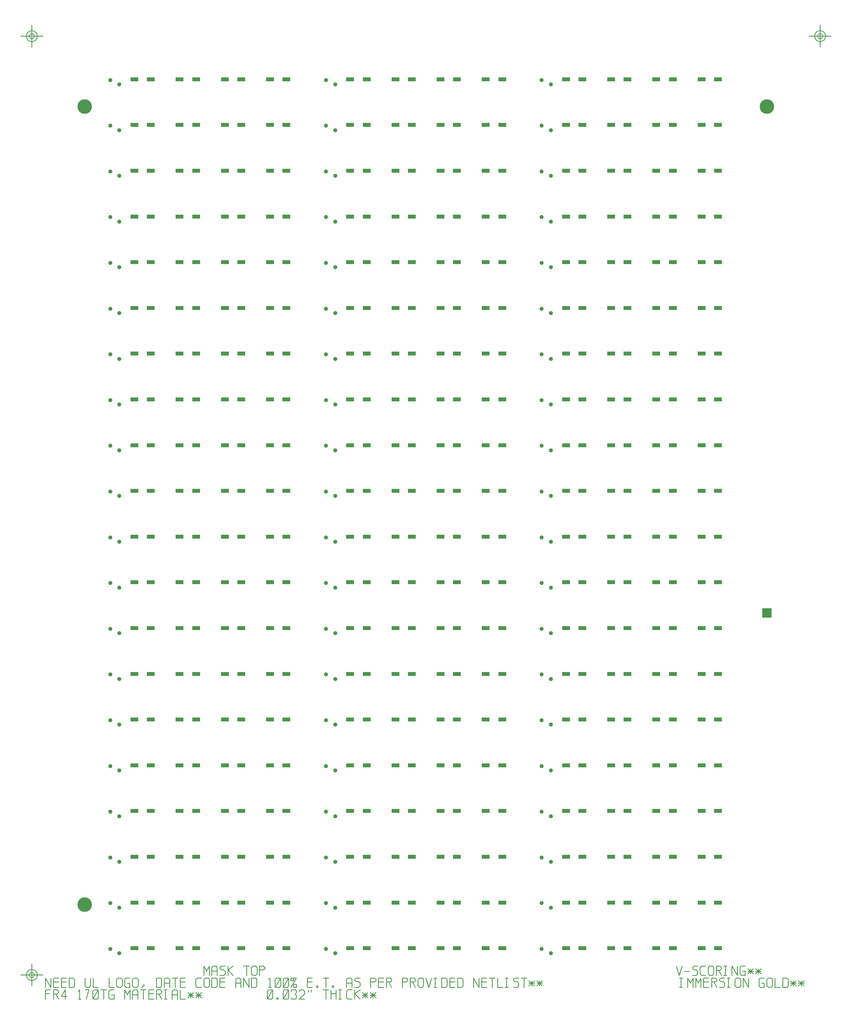
<source format=gbr>
*%FSLAX24Y24*%
%MOIN*%
%IPPOS*%
%ADD10C,0.03*%
%ADD11C,0.024*%
%ADD12R,0.065X0.032*%
%ADD13C,0.0276*%
%ADD14C,0.01*%
%ADD15C,0.015*%
%ADD16C,0.125*%
%ADD17R,0.075X0.075*%
%ADD18R,0.08X0.08*%
%AMD19*
1,1,0.1,0.0,0.0*
1,0,0.0875,0.0,0.0*
1,1,0.05,0.0,0.0*
1,0,0.0375,0.0,0.0*
20,1,0.0062,0.0,-0.0969,0.0,0.0969,0.0*
20,1,0.0062,-0.0969,0.0,0.0969,0.0,0.0*%
%ADD19D19*%
G04:---LTIenv:A019:6,0.2,6 *
%ADD100C,0.03*%
%ADD101C,0.024*%
%ADD102R,0.012X0.024*%
%ADD103R,0.03X0.02*%
%ADD104C,0.007*%
%ADD105R,0.062X0.028*%
%ADD106R,0.0085X0.02*%
%ADD107R,0.026X0.018*%
%ADD108C,0.035*%
%ADD109R,0.07X0.037*%
%ADD110C,0.035*%
%ADD111R,0.017X0.029*%
%ADD112R,0.035X0.025*%
%ADD113C,0.005*%
%AMD117*
1,1,0.001,0.01,0.0*
20,1,0.001,0.01,0.0,-0.01,0.0,0.0*
1,1,0.001,-0.01,0.0*
1,1,0.001,0.0,0.01*
20,1,0.001,0.0,0.01,0.0,-0.01,0.0*
1,1,0.001,0.0,-0.01*%
%ADD117D117*%
%AMD118*
1,1,0.001,0.025,0.0*
20,1,0.001,0.025,0.0,0.0246,-0.0043,0.0*
1,1,0.001,0.0246,-0.0043*
20,1,0.001,0.0246,-0.0043,0.0235,-0.0086,0.0*
1,1,0.001,0.0235,-0.0086*
20,1,0.001,0.0235,-0.0086,0.0217,-0.0125,0.0*
1,1,0.001,0.0217,-0.0125*
20,1,0.001,0.0217,-0.0125,0.0192,-0.0161,0.0*
1,1,0.001,0.0192,-0.0161*
20,1,0.001,0.0192,-0.0161,0.0161,-0.0192,0.0*
1,1,0.001,0.0161,-0.0192*
20,1,0.001,0.0161,-0.0192,0.0125,-0.0217,0.0*
1,1,0.001,0.0125,-0.0217*
20,1,0.001,0.0125,-0.0217,0.0086,-0.0235,0.0*
1,1,0.001,0.0086,-0.0235*
20,1,0.001,0.0086,-0.0235,0.0043,-0.0246,0.0*
1,1,0.001,0.0043,-0.0246*
20,1,0.001,0.0043,-0.0246,0.0,-0.025,0.0*
1,1,0.001,0.0,-0.025*
20,1,0.001,0.0,-0.025,-0.0043,-0.0246,0.0*
1,1,0.001,-0.0043,-0.0246*
20,1,0.001,-0.0043,-0.0246,-0.0086,-0.0235,0.0*
1,1,0.001,-0.0086,-0.0235*
20,1,0.001,-0.0086,-0.0235,-0.0125,-0.0217,0.0*
1,1,0.001,-0.0125,-0.0217*
20,1,0.001,-0.0125,-0.0217,-0.0161,-0.0192,0.0*
1,1,0.001,-0.0161,-0.0192*
20,1,0.001,-0.0161,-0.0192,-0.0192,-0.0161,0.0*
1,1,0.001,-0.0192,-0.0161*
20,1,0.001,-0.0192,-0.0161,-0.0217,-0.0125,0.0*
1,1,0.001,-0.0217,-0.0125*
20,1,0.001,-0.0217,-0.0125,-0.0235,-0.0086,0.0*
1,1,0.001,-0.0235,-0.0086*
20,1,0.001,-0.0235,-0.0086,-0.0246,-0.0043,0.0*
1,1,0.001,-0.0246,-0.0043*
20,1,0.001,-0.0246,-0.0043,-0.025,0.0,0.0*
1,1,0.001,-0.025,0.0*
20,1,0.001,-0.025,0.0,-0.0246,0.0043,0.0*
1,1,0.001,-0.0246,0.0043*
20,1,0.001,-0.0246,0.0043,-0.0235,0.0086,0.0*
1,1,0.001,-0.0235,0.0086*
20,1,0.001,-0.0235,0.0086,-0.0217,0.0125,0.0*
1,1,0.001,-0.0217,0.0125*
20,1,0.001,-0.0217,0.0125,-0.0192,0.0161,0.0*
1,1,0.001,-0.0192,0.0161*
20,1,0.001,-0.0192,0.0161,-0.0161,0.0192,0.0*
1,1,0.001,-0.0161,0.0192*
20,1,0.001,-0.0161,0.0192,-0.0125,0.0217,0.0*
1,1,0.001,-0.0125,0.0217*
20,1,0.001,-0.0125,0.0217,-0.0086,0.0235,0.0*
1,1,0.001,-0.0086,0.0235*
20,1,0.001,-0.0086,0.0235,-0.0043,0.0246,0.0*
1,1,0.001,-0.0043,0.0246*
20,1,0.001,-0.0043,0.0246,0.0,0.025,0.0*
1,1,0.001,0.0,0.025*
20,1,0.001,0.0,0.025,0.0043,0.0246,0.0*
1,1,0.001,0.0043,0.0246*
20,1,0.001,0.0043,0.0246,0.0086,0.0235,0.0*
1,1,0.001,0.0086,0.0235*
20,1,0.001,0.0086,0.0235,0.0125,0.0217,0.0*
1,1,0.001,0.0125,0.0217*
20,1,0.001,0.0125,0.0217,0.0161,0.0192,0.0*
1,1,0.001,0.0161,0.0192*
20,1,0.001,0.0161,0.0192,0.0192,0.0161,0.0*
1,1,0.001,0.0192,0.0161*
20,1,0.001,0.0192,0.0161,0.0217,0.0125,0.0*
1,1,0.001,0.0217,0.0125*
20,1,0.001,0.0217,0.0125,0.0235,0.0086,0.0*
1,1,0.001,0.0235,0.0086*
20,1,0.001,0.0235,0.0086,0.0246,0.0043,0.0*
1,1,0.001,0.0246,0.0043*
20,1,0.001,0.0246,0.0043,0.025,0.0,0.0*
1,1,0.001,0.025,0.0*
1,1,0.001,0.0125,0.0*
20,1,0.001,0.0125,0.0,-0.0125,0.0,0.0*
1,1,0.001,-0.0125,0.0*
1,1,0.001,0.0,0.0125*
20,1,0.001,0.0,0.0125,0.0,-0.0125,0.0*
1,1,0.001,0.0,-0.0125*%
%ADD118D118*%
%ADD119C,0.08*%
%ADD120C,0.008*%
%ADD200C,0.002*%
%ADD901C,0.0118*%
G04:---LTIenv:A901:15,0.0118,1 *
%ADD902C,0.02*%
G04:---LTIenv:A902:15,0.02,2 *

%LPD*%
D120*X580Y-1282D2*Y-2082D1*X120Y-1282*Y-2082*X806Y-1622D2*X1247D1*Y-1282D2*X806D1*Y-2082*X1247*X1487Y-1622D2*X1928D1*Y-1282D2*X1487D1*Y-2082*X1928*X2494D2*X2614Y-1962D1*Y-1408*X2494Y-1282*X2154*Y-2082*X2494*X4000Y-1282D2*Y-1962D1*X3880Y-2082*X3641*X3521Y-1962*Y-1282*X4649Y-2082D2*X4214D1*Y-1282*X6009Y-2082D2*X5575D1*Y-1282*X6236Y-1408D2*Y-1962D1*X6356Y-2082*X6595*X6715Y-1962*Y-1408*X6595Y-1282*X6356*X6236Y-1408*X7143Y-1723D2*X7364D1*Y-2082*X7043*X6923Y-1962*Y-1408*X7043Y-1282*X7364*X7597Y-1408D2*Y-1962D1*X7717Y-2082*X7956*X8076Y-1962*Y-1408*X7956Y-1282*X7717*X7597Y-1408*X8517Y-1975D2*Y-1887D1*X8611*X8391Y-2082*X9978D2*X10098Y-1962D1*Y-1408*X9978Y-1282*X9638*Y-2082*X9978*X10318Y-1723D2*X10778D1*Y-2082D2*Y-1408D1*X10658Y-1282*X10438*X10318Y-1408*Y-2082*X11250D2*Y-1282D1*X11011D2*X11490D1*X11691Y-1622D2*X12132D1*Y-1282D2*X11691D1*Y-2082*X12132*X13506D2*X13146D1*X13027Y-1962*Y-1408*X13146Y-1282*X13506*X13720Y-1408D2*Y-1962D1*X13839Y-2082*X14079*X14198Y-1962*Y-1408*X14079Y-1282*X13839*X13720Y-1408*X14740Y-2082D2*X14860Y-1962D1*Y-1408*X14740Y-1282*X14400*Y-2082*X14740*X15093Y-1622D2*X15534D1*Y-1282D2*X15093D1*Y-2082*X15534*X16441Y-1723D2*X16901D1*Y-2082D2*Y-1408D1*X16781Y-1282*X16561*X16441Y-1408*Y-2082*X17587Y-1282D2*Y-2082D1*X17128Y-1282*Y-2082*X18142D2*X18261Y-1962D1*Y-1408*X18142Y-1282*X17802*Y-2082*X18142*X19509D2*X19269D1*X19389D2*Y-1282D1*X19269Y-1408*X19836Y-2082D2*X20315Y-1282D1*X19956D2*X19836Y-1408D1*Y-1962*X19956Y-2082*X20195*X20315Y-1962*Y-1408*X20195Y-1282*X19956*X20517Y-2082D2*X20995Y-1282D1*X20636D2*X20517Y-1408D1*Y-1962*X20636Y-2082*X20876*X20995Y-1962*Y-1408*X20876Y-1282*X20636*X21417Y-2082D2*X21657D1*Y-1843*X21417*Y-2082*X21178D2*X21657Y-1282D1*X21417*Y-1528*X21178*Y-1282*X21417*X22576Y-1622D2*X23017D1*Y-1282D2*X22576D1*Y-2082*X23017*X23370D2*X23490D1*Y-1962*X23370*Y-2082*X24176D2*Y-1282D1*X23937D2*X24416D1*X24731Y-2082D2*X24850D1*Y-1962*X24731*Y-2082*X25965Y-1723D2*X26425D1*Y-2082D2*Y-1408D1*X26306Y-1282*X26085*X25965Y-1408*Y-2082*X26665D2*X26986D1*X27106Y-1962*Y-1723*X26986Y-1603*X26784*X26665Y-1484*Y-1408*X26784Y-1282*X27106*X28019Y-1622D2*X28359D1*X28479Y-1502*Y-1408*X28359Y-1282*X28019*Y-2082*X28699Y-1622D2*X29140D1*Y-1282D2*X28699D1*Y-2082*X29140*X29827D2*X29587Y-1647D1*X29392D2*X29707D1*X29827Y-1528*Y-1408*X29707Y-1282*X29392*Y-2082*X30740Y-1622D2*X31080D1*X31200Y-1502*Y-1408*X31080Y-1282*X30740*Y-2082*X31868D2*X31628Y-1647D1*X31433D2*X31748D1*X31868Y-1528*Y-1408*X31748Y-1282*X31433*Y-2082*X32088Y-1408D2*Y-1962D1*X32208Y-2082*X32447*X32567Y-1962*Y-1408*X32447Y-1282*X32208*X32088Y-1408*X33247Y-1282D2*X33008Y-2082D1*X32769Y-1282*X33682Y-2082D2*X33443D1*X33562D2*Y-1282D1*X33682D2*X33443D1*X34469Y-2082D2*X34589Y-1962D1*Y-1408*X34469Y-1282*X34129*Y-2082*X34469*X34822Y-1622D2*X35263D1*Y-1282D2*X34822D1*Y-2082*X35263*X35830D2*X35950Y-1962D1*Y-1408*X35830Y-1282*X35490*Y-2082*X35830*X37317Y-1282D2*Y-2082D1*X36857Y-1282*Y-2082*X37543Y-1622D2*X37984D1*Y-1282D2*X37543D1*Y-2082*X37984*X38463D2*Y-1282D1*X38224D2*X38702D1*X39345Y-2082D2*X38910D1*Y-1282*X39805Y-2082D2*X39565D1*X39685D2*Y-1282D1*X39805D2*X39565D1*X40271Y-2082D2*X40592D1*X40712Y-1962*Y-1723*X40592Y-1603*X40391*X40271Y-1484*Y-1408*X40391Y-1282*X40712*X41184Y-2082D2*Y-1282D1*X40945D2*X41424D1*X42079Y-1962D2*X41600Y-1528D1*Y-1962D2*X42079Y-1528D1*Y-1748D2*X41600D1*X41839Y-1528D2*Y-1962D1*X42759D2*X42280Y-1528D1*Y-1962D2*X42759Y-1528D1*Y-1748D2*X42280D1*X42520Y-1528D2*Y-1962D1*X54772Y-2082D2*X54532D1*X54652D2*Y-1282D1*X54772D2*X54532D1*X55672Y-2082D2*Y-1282D1*X55452Y-1723*X55231Y-1282*Y-2082*X56353D2*Y-1282D1*X56132Y-1723*X55912Y-1282*Y-2082*X56592Y-1622D2*X57033D1*Y-1282D2*X56592D1*Y-2082*X57033*X57720D2*X57480Y-1647D1*X57285D2*X57600D1*X57720Y-1528*Y-1408*X57600Y-1282*X57285*Y-2082*X57959D2*X58280D1*X58400Y-1962*Y-1723*X58280Y-1603*X58079*X57959Y-1484*Y-1408*X58079Y-1282*X58400*X58854Y-2082D2*X58614D1*X58734D2*Y-1282D1*X58854D2*X58614D1*X59301Y-1408D2*Y-1962D1*X59420Y-2082*X59660*X59780Y-1962*Y-1408*X59660Y-1282*X59420*X59301Y-1408*X60447Y-1282D2*Y-2082D1*X59987Y-1282*Y-2082*X61569Y-1723D2*X61789D1*Y-2082*X61468*X61348Y-1962*Y-1408*X61468Y-1282*X61789*X62022Y-1408D2*Y-1962D1*X62142Y-2082*X62381*X62501Y-1962*Y-1408*X62381Y-1282*X62142*X62022Y-1408*X63156Y-2082D2*X62721D1*Y-1282*X63723Y-2082D2*X63843Y-1962D1*Y-1408*X63723Y-1282*X63383*Y-2082*X63723*X64529Y-1962D2*X64050Y-1528D1*Y-1962D2*X64529Y-1528D1*Y-1748D2*X64050D1*X64290Y-1528D2*Y-1962D1*X65209D2*X64731Y-1528D1*Y-1962D2*X65209Y-1528D1*Y-1748D2*X64731D1*X64970Y-1528D2*Y-1962D1*X441Y-2643D2*X126D1*Y-3102D2*Y-2302D1*X561*X1254Y-3102D2*X1014Y-2668D1*X819D2*X1134D1*X1254Y-2548*Y-2428*X1134Y-2302*X819*Y-3102*X1946Y-2863D2*X1487D1*X1827Y-2302*Y-3102*X3181D2*X2942D1*X3061D2*Y-2302D1*X2942Y-2428*X3628Y-3102D2*X3868Y-2302D1*X3509*X4189Y-3102D2*X4668Y-2302D1*X4309D2*X4189Y-2428D1*Y-2983*X4309Y-3102*X4548*X4668Y-2983*Y-2428*X4548Y-2302*X4309*X5128Y-3102D2*Y-2302D1*X4888D2*X5367D1*X5783Y-2743D2*X6003D1*Y-3102*X5682*X5562Y-2983*Y-2428*X5682Y-2302*X6003*X7370Y-3102D2*Y-2302D1*X7150Y-2743*X6929Y-2302*Y-3102*X7597Y-2743D2*X8057D1*Y-3102D2*Y-2428D1*X7937Y-2302*X7717*X7597Y-2428*Y-3102*X8529D2*Y-2302D1*X8290D2*X8769D1*X8970Y-2643D2*X9411D1*Y-2302D2*X8970D1*Y-3102*X9411*X10098D2*X9858Y-2668D1*X9663D2*X9978D1*X10098Y-2548*Y-2428*X9978Y-2302*X9663*Y-3102*X10551D2*X10312D1*X10431D2*Y-2302D1*X10551D2*X10312D1*X10998Y-2743D2*X11458D1*Y-3102D2*Y-2428D1*X11339Y-2302*X11118*X10998Y-2428*Y-3102*X12132D2*X11698D1*Y-2302*X12825Y-2983D2*X12346Y-2548D1*Y-2983D2*X12825Y-2548D1*Y-2769D2*X12346D1*X12586Y-2548D2*Y-2983D1*X13506D2*X13027Y-2548D1*Y-2983D2*X13506Y-2548D1*Y-2769D2*X13027D1*X13266Y-2548D2*Y-2983D1*X19156Y-3102D2*X19635Y-2302D1*X19276D2*X19156Y-2428D1*Y-2983*X19276Y-3102*X19515*X19635Y-2983*Y-2428*X19515Y-2302*X19276*X19969Y-3102D2*X20088D1*Y-2983*X19969*Y-3102*X20517D2*X20995Y-2302D1*X20636D2*X20517Y-2428D1*Y-2983*X20636Y-3102*X20876*X20995Y-2983*Y-2428*X20876Y-2302*X20636*X21178Y-2983D2*X21298Y-3102D1*X21543*X21663Y-2983*Y-2788*X21543Y-2668*X21663Y-2548*Y-2428*X21543Y-2302*X21298*X21178Y-2428*X22343Y-3102D2*X21883D1*X22343Y-2668*Y-2428*X22224Y-2302*X22003*X21883Y-2428*X22917Y-2504D2*Y-2302D1*X22677Y-2504D2*Y-2302D1*X24176Y-3102D2*Y-2302D1*X23937D2*X24416D1*X24605Y-2643D2*X25065D1*Y-2302D2*Y-3102D1*X24605D2*Y-2302D1*X25518Y-3102D2*X25279D1*X25398D2*Y-2302D1*X25518D2*X25279D1*X26431Y-3102D2*X26072D1*X25953Y-2983*Y-2428*X26072Y-2302*X26431*X26665Y-3102D2*Y-2302D1*X27106Y-3102D2*X26665Y-2643D1*X27106Y-2302*X27792Y-2983D2*X27313Y-2548D1*Y-2983D2*X27792Y-2548D1*Y-2769D2*X27313D1*X27553Y-2548D2*Y-2983D1*X28472D2*X27994Y-2548D1*Y-2983D2*X28472Y-2548D1*Y-2769D2*X27994D1*X28233Y-2548D2*Y-2983D1*X54738Y-262D2*X54499Y-1062D1*X54259Y-262*X55393Y-728D2*X54952D1*X55639Y-1062D2*X55960D1*X56080Y-942*Y-703*X55960Y-583*X55759*X55639Y-464*Y-388*X55759Y-262*X56080*X56766Y-1062D2*X56407D1*X56288Y-942*Y-388*X56407Y-262*X56766*X56981Y-388D2*Y-942D1*X57100Y-1062*X57340*X57459Y-942*Y-388*X57340Y-262*X57100*X56981Y-388*X58121Y-1062D2*X57881Y-627D1*X57686D2*X58001D1*X58121Y-508*Y-388*X58001Y-262*X57686*Y-1062*X58574D2*X58335D1*X58455D2*Y-262D1*X58574D2*X58335D1*X59488D2*Y-1062D1*X59028Y-262*Y-1062*X59929Y-703D2*X60149D1*Y-1062*X59828*X59708Y-942*Y-388*X59828Y-262*X60149*X60848Y-942D2*X60370Y-508D1*Y-942D2*X60848Y-508D1*Y-728D2*X60370D1*X60609Y-508D2*Y-942D1*X61529D2*X61050Y-508D1*Y-942D2*X61529Y-508D1*Y-728D2*X61050D1*X61289Y-508D2*Y-942D1*X14173Y-1062D2*Y-262D1*X13952Y-703*X13732Y-262*Y-1062*X14400Y-703D2*X14860D1*Y-1062D2*Y-388D1*X14740Y-262*X14519*X14400Y-388*Y-1062*X15099D2*X15420D1*X15540Y-942*Y-703*X15420Y-583*X15219*X15099Y-464*Y-388*X15219Y-262*X15540*X15779Y-1062D2*Y-262D1*X16220Y-1062D2*X15779Y-602D1*X16220Y-262*X17373Y-1062D2*Y-262D1*X17134D2*X17612D1*X17801Y-388D2*Y-942D1*X17921Y-1062*X18160*X18280Y-942*Y-388*X18160Y-262*X17921*X17801Y-388*X18494Y-602D2*X18834D1*X18954Y-482*Y-388*X18834Y-262*X18494*Y-1062*D16*X62036Y73400D3*X3500D3*Y5000D3*D18*X62036Y30000D3*D19*X-1040Y79440D3*X66576D3*X-1040Y-1040D3*D108*X6460Y75300D3*X5670Y75680D3*X24972Y75300D3*X24182Y75680D3*X43484Y75300D3*X42694Y75680D3*X43484Y71380D3*X42694Y71760D3*X24972Y71380D3*X24182Y71760D3*X6460Y71380D3*X5670Y71760D3*X6460Y67460D3*X5670Y67840D3*X24972Y67460D3*X24182Y67840D3*X43484Y67460D3*X42694Y67840D3*X43484Y63540D3*X42694Y63920D3*X24972Y63540D3*X24182Y63920D3*X6460Y63540D3*X5670Y63920D3*X6460Y59620D3*X5670Y60000D3*X24972Y59620D3*X24182Y60000D3*X43484Y59620D3*X42694Y60000D3*X43484Y55700D3*X42694Y56080D3*X24972Y55700D3*X24182Y56080D3*X6460Y55700D3*X5670Y56080D3*X6460Y51780D3*X5670Y52160D3*X24972Y51780D3*X24182Y52160D3*X43484Y51780D3*X42694Y52160D3*X43484Y47860D3*X42694Y48240D3*X24972Y47860D3*X24182Y48240D3*X6460Y47860D3*X5670Y48240D3*X6460Y43940D3*X5670Y44320D3*X24972Y43940D3*X24182Y44320D3*X43484Y43940D3*X42694Y44320D3*X43484Y40020D3*X42694Y40400D3*X24972Y40020D3*X24182Y40400D3*X6460Y40020D3*X5670Y40400D3*X6460Y36100D3*X5670Y36480D3*X24972Y36100D3*X24182Y36480D3*X43484Y36100D3*X42694Y36480D3*X43484Y32180D3*X42694Y32560D3*X24972Y32180D3*X24182Y32560D3*X6460Y32180D3*X5670Y32560D3*X6460Y28260D3*X5670Y28640D3*X24972Y28260D3*X24182Y28640D3*X43484Y28260D3*X42694Y28640D3*X43484Y24340D3*X42694Y24720D3*X24972Y24340D3*X24182Y24720D3*X6460Y24340D3*X5670Y24720D3*X6460Y20420D3*X5670Y20800D3*X24972Y20420D3*X24182Y20800D3*X43484Y20420D3*X42694Y20800D3*X43484Y16500D3*X42694Y16880D3*X24972Y16500D3*X24182Y16880D3*X6460Y16500D3*X5670Y16880D3*X6460Y12580D3*X5670Y12960D3*X24972Y12580D3*X24182Y12960D3*X43484Y12580D3*X42694Y12960D3*X43484Y8660D3*X42694Y9040D3*X24972Y8660D3*X24182Y9040D3*X6460Y8660D3*X5670Y9040D3*X6460Y4740D3*X5670Y5120D3*X24972Y4740D3*X24182Y5120D3*X43484Y4740D3*X42694Y5120D3*X43484Y820D3*X42694Y1200D3*X24972Y820D3*X24182Y1200D3*X6460Y820D3*X5670Y1200D3*D109*X20797Y75740D3*X19379D3*X16921D3*X15503D3*X13045D3*X11627D3*X9169D3*X7751D3*X39309D3*X37891D3*X35433D3*X34015D3*X31557D3*X30139D3*X27681D3*X26263D3*X57821D3*X56403D3*X53945D3*X52527D3*X50069D3*X48651D3*X46193D3*X44775D3*X57821Y71820D3*X56403D3*X53945D3*X52527D3*X50069D3*X48651D3*X46193D3*X44775D3*X39309D3*X37891D3*X35433D3*X34015D3*X31557D3*X30139D3*X27681D3*X26263D3*X20797D3*X19379D3*X16921D3*X15503D3*X13045D3*X11627D3*X9169D3*X7751D3*X20797Y67900D3*X19379D3*X16921D3*X15503D3*X13045D3*X11627D3*X9169D3*X7751D3*X39309D3*X37891D3*X35433D3*X34015D3*X31557D3*X30139D3*X27681D3*X26263D3*X57821D3*X56403D3*X53945D3*X52527D3*X50069D3*X48651D3*X46193D3*X44775D3*X57821Y63980D3*X56403D3*X53945D3*X52527D3*X50069D3*X48651D3*X46193D3*X44775D3*X39309D3*X37891D3*X35433D3*X34015D3*X31557D3*X30139D3*X27681D3*X26263D3*X20797D3*X19379D3*X16921D3*X15503D3*X13045D3*X11627D3*X9169D3*X7751D3*X20797Y60060D3*X19379D3*X16921D3*X15503D3*X13045D3*X11627D3*X9169D3*X7751D3*X39309D3*X37891D3*X35433D3*X34015D3*X31557D3*X30139D3*X27681D3*X26263D3*X57821D3*X56403D3*X53945D3*X52527D3*X50069D3*X48651D3*X46193D3*X44775D3*X57821Y56140D3*X56403D3*X53945D3*X52527D3*X50069D3*X48651D3*X46193D3*X44775D3*X39309D3*X37891D3*X35433D3*X34015D3*X31557D3*X30139D3*X27681D3*X26263D3*X20797D3*X19379D3*X16921D3*X15503D3*X13045D3*X11627D3*X9169D3*X7751D3*X20797Y52220D3*X19379D3*X16921D3*X15503D3*X13045D3*X11627D3*X9169D3*X7751D3*X39309D3*X37891D3*X35433D3*X34015D3*X31557D3*X30139D3*X27681D3*X26263D3*X57821D3*X56403D3*X53945D3*X52527D3*X50069D3*X48651D3*X46193D3*X44775D3*X57821Y48300D3*X56403D3*X53945D3*X52527D3*X50069D3*X48651D3*X46193D3*X44775D3*X39309D3*X37891D3*X35433D3*X34015D3*X31557D3*X30139D3*X27681D3*X26263D3*X20797D3*X19379D3*X16921D3*X15503D3*X13045D3*X11627D3*X9169D3*X7751D3*X20797Y44380D3*X19379D3*X16921D3*X15503D3*X13045D3*X11627D3*X9169D3*X7751D3*X39309D3*X37891D3*X35433D3*X34015D3*X31557D3*X30139D3*X27681D3*X26263D3*X57821D3*X56403D3*X53945D3*X52527D3*X50069D3*X48651D3*X46193D3*X44775D3*X57821Y40460D3*X56403D3*X53945D3*X52527D3*X50069D3*X48651D3*X46193D3*X44775D3*X39309D3*X37891D3*X35433D3*X34015D3*X31557D3*X30139D3*X27681D3*X26263D3*X20797D3*X19379D3*X16921D3*X15503D3*X13045D3*X11627D3*X9169D3*X7751D3*X20797Y36540D3*X19379D3*X16921D3*X15503D3*X13045D3*X11627D3*X9169D3*X7751D3*X39309D3*X37891D3*X35433D3*X34015D3*X31557D3*X30139D3*X27681D3*X26263D3*X57821D3*X56403D3*X53945D3*X52527D3*X50069D3*X48651D3*X46193D3*X44775D3*X57821Y32620D3*X56403D3*X53945D3*X52527D3*X50069D3*X48651D3*X46193D3*X44775D3*X39309D3*X37891D3*X35433D3*X34015D3*X31557D3*X30139D3*X27681D3*X26263D3*X20797D3*X19379D3*X16921D3*X15503D3*X13045D3*X11627D3*X9169D3*X7751D3*X20797Y28700D3*X19379D3*X16921D3*X15503D3*X13045D3*X11627D3*X9169D3*X7751D3*X39309D3*X37891D3*X35433D3*X34015D3*X31557D3*X30139D3*X27681D3*X26263D3*X57821D3*X56403D3*X53945D3*X52527D3*X50069D3*X48651D3*X46193D3*X44775D3*X57821Y24780D3*X56403D3*X53945D3*X52527D3*X50069D3*X48651D3*X46193D3*X44775D3*X39309D3*X37891D3*X35433D3*X34015D3*X31557D3*X30139D3*X27681D3*X26263D3*X20797D3*X19379D3*X16921D3*X15503D3*X13045D3*X11627D3*X9169D3*X7751D3*X20797Y20860D3*X19379D3*X16921D3*X15503D3*X13045D3*X11627D3*X9169D3*X7751D3*X39309D3*X37891D3*X35433D3*X34015D3*X31557D3*X30139D3*X27681D3*X26263D3*X57821D3*X56403D3*X53945D3*X52527D3*X50069D3*X48651D3*X46193D3*X44775D3*X57821Y16940D3*X56403D3*X53945D3*X52527D3*X50069D3*X48651D3*X46193D3*X44775D3*X39309D3*X37891D3*X35433D3*X34015D3*X31557D3*X30139D3*X27681D3*X26263D3*X20797D3*X19379D3*X16921D3*X15503D3*X13045D3*X11627D3*X9169D3*X7751D3*X20797Y13020D3*X19379D3*X16921D3*X15503D3*X13045D3*X11627D3*X9169D3*X7751D3*X39309D3*X37891D3*X35433D3*X34015D3*X31557D3*X30139D3*X27681D3*X26263D3*X57821D3*X56403D3*X53945D3*X52527D3*X50069D3*X48651D3*X46193D3*X44775D3*X57821Y9100D3*X56403D3*X53945D3*X52527D3*X50069D3*X48651D3*X46193D3*X44775D3*X39309D3*X37891D3*X35433D3*X34015D3*X31557D3*X30139D3*X27681D3*X26263D3*X20797D3*X19379D3*X16921D3*X15503D3*X13045D3*X11627D3*X9169D3*X7751D3*X20797Y5180D3*X19379D3*X16921D3*X15503D3*X13045D3*X11627D3*X9169D3*X7751D3*X39309D3*X37891D3*X35433D3*X34015D3*X31557D3*X30139D3*X27681D3*X26263D3*X57821D3*X56403D3*X53945D3*X52527D3*X50069D3*X48651D3*X46193D3*X44775D3*X57821Y1260D3*X56403D3*X53945D3*X52527D3*X50069D3*X48651D3*X46193D3*X44775D3*X39309D3*X37891D3*X35433D3*X34015D3*X31557D3*X30139D3*X27681D3*X26263D3*X20797D3*X19379D3*X16921D3*X15503D3*X13045D3*X11627D3*X9169D3*X7751D3*X0Y0D2*M02*
</source>
